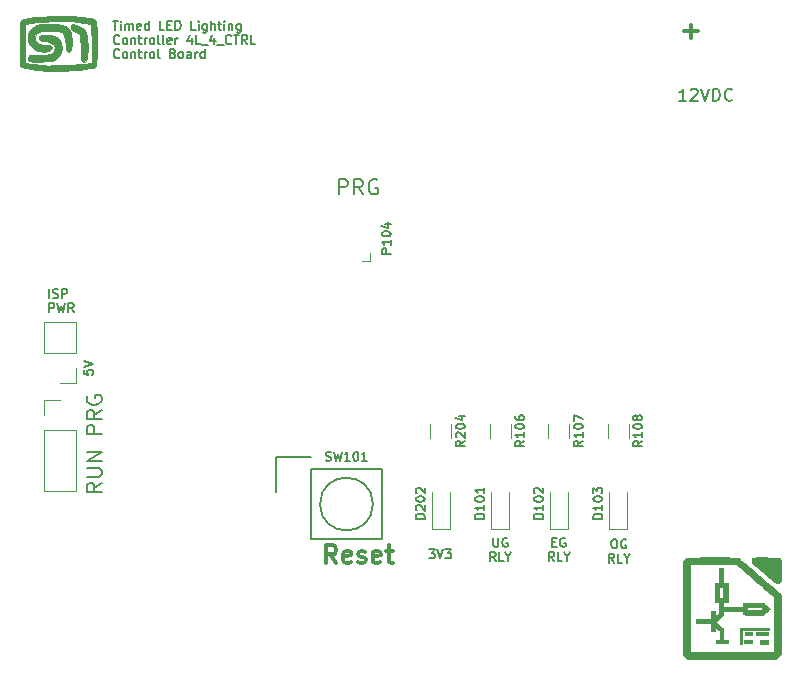
<source format=gbr>
G04 #@! TF.FileFunction,Legend,Top*
%FSLAX46Y46*%
G04 Gerber Fmt 4.6, Leading zero omitted, Abs format (unit mm)*
G04 Created by KiCad (PCBNEW 4.0.0-rc1-stable) date 05/10/2017 19:39:07*
%MOMM*%
G01*
G04 APERTURE LIST*
%ADD10C,0.100000*%
%ADD11C,0.127000*%
%ADD12C,0.300000*%
%ADD13C,0.177800*%
%ADD14C,0.120000*%
%ADD15C,0.010000*%
%ADD16C,0.150000*%
G04 APERTURE END LIST*
D10*
D11*
X183097381Y-90924524D02*
X183097381Y-89654524D01*
X183581190Y-89654524D01*
X183702143Y-89715000D01*
X183762619Y-89775476D01*
X183823095Y-89896429D01*
X183823095Y-90077857D01*
X183762619Y-90198810D01*
X183702143Y-90259286D01*
X183581190Y-90319762D01*
X183097381Y-90319762D01*
X185093095Y-90924524D02*
X184669762Y-90319762D01*
X184367381Y-90924524D02*
X184367381Y-89654524D01*
X184851190Y-89654524D01*
X184972143Y-89715000D01*
X185032619Y-89775476D01*
X185093095Y-89896429D01*
X185093095Y-90077857D01*
X185032619Y-90198810D01*
X184972143Y-90259286D01*
X184851190Y-90319762D01*
X184367381Y-90319762D01*
X186302619Y-89715000D02*
X186181667Y-89654524D01*
X186000238Y-89654524D01*
X185818810Y-89715000D01*
X185697857Y-89835952D01*
X185637381Y-89956905D01*
X185576905Y-90198810D01*
X185576905Y-90380238D01*
X185637381Y-90622143D01*
X185697857Y-90743095D01*
X185818810Y-90864048D01*
X186000238Y-90924524D01*
X186121190Y-90924524D01*
X186302619Y-90864048D01*
X186363095Y-90803571D01*
X186363095Y-90380238D01*
X186121190Y-90380238D01*
X158515858Y-99697814D02*
X158515858Y-98935814D01*
X158842429Y-99661529D02*
X158951286Y-99697814D01*
X159132715Y-99697814D01*
X159205286Y-99661529D01*
X159241572Y-99625243D01*
X159277857Y-99552671D01*
X159277857Y-99480100D01*
X159241572Y-99407529D01*
X159205286Y-99371243D01*
X159132715Y-99334957D01*
X158987572Y-99298671D01*
X158915000Y-99262386D01*
X158878715Y-99226100D01*
X158842429Y-99153529D01*
X158842429Y-99080957D01*
X158878715Y-99008386D01*
X158915000Y-98972100D01*
X158987572Y-98935814D01*
X159169000Y-98935814D01*
X159277857Y-98972100D01*
X159604429Y-99697814D02*
X159604429Y-98935814D01*
X159894714Y-98935814D01*
X159967286Y-98972100D01*
X160003571Y-99008386D01*
X160039857Y-99080957D01*
X160039857Y-99189814D01*
X160003571Y-99262386D01*
X159967286Y-99298671D01*
X159894714Y-99334957D01*
X159604429Y-99334957D01*
X158534001Y-100891614D02*
X158534001Y-100129614D01*
X158824286Y-100129614D01*
X158896858Y-100165900D01*
X158933143Y-100202186D01*
X158969429Y-100274757D01*
X158969429Y-100383614D01*
X158933143Y-100456186D01*
X158896858Y-100492471D01*
X158824286Y-100528757D01*
X158534001Y-100528757D01*
X159223429Y-100129614D02*
X159404858Y-100891614D01*
X159550001Y-100347329D01*
X159695143Y-100891614D01*
X159876572Y-100129614D01*
X160602286Y-100891614D02*
X160348286Y-100528757D01*
X160166858Y-100891614D02*
X160166858Y-100129614D01*
X160457143Y-100129614D01*
X160529715Y-100165900D01*
X160566000Y-100202186D01*
X160602286Y-100274757D01*
X160602286Y-100383614D01*
X160566000Y-100456186D01*
X160529715Y-100492471D01*
X160457143Y-100528757D01*
X160166858Y-100528757D01*
D12*
X212298572Y-77137143D02*
X213441429Y-77137143D01*
X212870000Y-77708571D02*
X212870000Y-76565714D01*
D13*
X212477048Y-83009619D02*
X211896477Y-83009619D01*
X212186763Y-83009619D02*
X212186763Y-81993619D01*
X212090001Y-82138762D01*
X211993239Y-82235524D01*
X211896477Y-82283905D01*
X212864096Y-82090381D02*
X212912477Y-82042000D01*
X213009239Y-81993619D01*
X213251143Y-81993619D01*
X213347905Y-82042000D01*
X213396286Y-82090381D01*
X213444667Y-82187143D01*
X213444667Y-82283905D01*
X213396286Y-82429048D01*
X212815715Y-83009619D01*
X213444667Y-83009619D01*
X213734953Y-81993619D02*
X214073620Y-83009619D01*
X214412286Y-81993619D01*
X214750953Y-83009619D02*
X214750953Y-81993619D01*
X214992858Y-81993619D01*
X215138000Y-82042000D01*
X215234762Y-82138762D01*
X215283143Y-82235524D01*
X215331524Y-82429048D01*
X215331524Y-82574190D01*
X215283143Y-82767714D01*
X215234762Y-82864476D01*
X215138000Y-82961238D01*
X214992858Y-83009619D01*
X214750953Y-83009619D01*
X216347524Y-82912857D02*
X216299143Y-82961238D01*
X216154000Y-83009619D01*
X216057238Y-83009619D01*
X215912096Y-82961238D01*
X215815334Y-82864476D01*
X215766953Y-82767714D01*
X215718572Y-82574190D01*
X215718572Y-82429048D01*
X215766953Y-82235524D01*
X215815334Y-82138762D01*
X215912096Y-82042000D01*
X216057238Y-81993619D01*
X216154000Y-81993619D01*
X216299143Y-82042000D01*
X216347524Y-82090381D01*
D11*
X161482714Y-105795142D02*
X161482714Y-106157999D01*
X161845571Y-106194285D01*
X161809286Y-106157999D01*
X161773000Y-106085428D01*
X161773000Y-105903999D01*
X161809286Y-105831428D01*
X161845571Y-105795142D01*
X161918143Y-105758857D01*
X162099571Y-105758857D01*
X162172143Y-105795142D01*
X162208429Y-105831428D01*
X162244714Y-105903999D01*
X162244714Y-106085428D01*
X162208429Y-106157999D01*
X162172143Y-106194285D01*
X161482714Y-105541143D02*
X162244714Y-105287143D01*
X161482714Y-105033143D01*
X162974524Y-115376190D02*
X162369762Y-115799523D01*
X162974524Y-116101904D02*
X161704524Y-116101904D01*
X161704524Y-115618095D01*
X161765000Y-115497142D01*
X161825476Y-115436666D01*
X161946429Y-115376190D01*
X162127857Y-115376190D01*
X162248810Y-115436666D01*
X162309286Y-115497142D01*
X162369762Y-115618095D01*
X162369762Y-116101904D01*
X161704524Y-114831904D02*
X162732619Y-114831904D01*
X162853571Y-114771428D01*
X162914048Y-114710952D01*
X162974524Y-114589999D01*
X162974524Y-114348095D01*
X162914048Y-114227142D01*
X162853571Y-114166666D01*
X162732619Y-114106190D01*
X161704524Y-114106190D01*
X162974524Y-113501428D02*
X161704524Y-113501428D01*
X162974524Y-112775714D01*
X161704524Y-112775714D01*
X162974524Y-111203333D02*
X161704524Y-111203333D01*
X161704524Y-110719524D01*
X161765000Y-110598571D01*
X161825476Y-110538095D01*
X161946429Y-110477619D01*
X162127857Y-110477619D01*
X162248810Y-110538095D01*
X162309286Y-110598571D01*
X162369762Y-110719524D01*
X162369762Y-111203333D01*
X162974524Y-109207619D02*
X162369762Y-109630952D01*
X162974524Y-109933333D02*
X161704524Y-109933333D01*
X161704524Y-109449524D01*
X161765000Y-109328571D01*
X161825476Y-109268095D01*
X161946429Y-109207619D01*
X162127857Y-109207619D01*
X162248810Y-109268095D01*
X162309286Y-109328571D01*
X162369762Y-109449524D01*
X162369762Y-109933333D01*
X161765000Y-107998095D02*
X161704524Y-108119047D01*
X161704524Y-108300476D01*
X161765000Y-108481904D01*
X161885952Y-108602857D01*
X162006905Y-108663333D01*
X162248810Y-108723809D01*
X162430238Y-108723809D01*
X162672143Y-108663333D01*
X162793095Y-108602857D01*
X162914048Y-108481904D01*
X162974524Y-108300476D01*
X162974524Y-108179524D01*
X162914048Y-107998095D01*
X162853571Y-107937619D01*
X162430238Y-107937619D01*
X162430238Y-108179524D01*
D12*
X182842858Y-122128571D02*
X182342858Y-121414286D01*
X181985715Y-122128571D02*
X181985715Y-120628571D01*
X182557143Y-120628571D01*
X182700001Y-120700000D01*
X182771429Y-120771429D01*
X182842858Y-120914286D01*
X182842858Y-121128571D01*
X182771429Y-121271429D01*
X182700001Y-121342857D01*
X182557143Y-121414286D01*
X181985715Y-121414286D01*
X184057143Y-122057143D02*
X183914286Y-122128571D01*
X183628572Y-122128571D01*
X183485715Y-122057143D01*
X183414286Y-121914286D01*
X183414286Y-121342857D01*
X183485715Y-121200000D01*
X183628572Y-121128571D01*
X183914286Y-121128571D01*
X184057143Y-121200000D01*
X184128572Y-121342857D01*
X184128572Y-121485714D01*
X183414286Y-121628571D01*
X184700000Y-122057143D02*
X184842857Y-122128571D01*
X185128572Y-122128571D01*
X185271429Y-122057143D01*
X185342857Y-121914286D01*
X185342857Y-121842857D01*
X185271429Y-121700000D01*
X185128572Y-121628571D01*
X184914286Y-121628571D01*
X184771429Y-121557143D01*
X184700000Y-121414286D01*
X184700000Y-121342857D01*
X184771429Y-121200000D01*
X184914286Y-121128571D01*
X185128572Y-121128571D01*
X185271429Y-121200000D01*
X186557143Y-122057143D02*
X186414286Y-122128571D01*
X186128572Y-122128571D01*
X185985715Y-122057143D01*
X185914286Y-121914286D01*
X185914286Y-121342857D01*
X185985715Y-121200000D01*
X186128572Y-121128571D01*
X186414286Y-121128571D01*
X186557143Y-121200000D01*
X186628572Y-121342857D01*
X186628572Y-121485714D01*
X185914286Y-121628571D01*
X187057143Y-121128571D02*
X187628572Y-121128571D01*
X187271429Y-120628571D02*
X187271429Y-121914286D01*
X187342857Y-122057143D01*
X187485715Y-122128571D01*
X187628572Y-122128571D01*
D11*
X206302428Y-120143814D02*
X206447571Y-120143814D01*
X206520143Y-120180100D01*
X206592714Y-120252671D01*
X206629000Y-120397814D01*
X206629000Y-120651814D01*
X206592714Y-120796957D01*
X206520143Y-120869529D01*
X206447571Y-120905814D01*
X206302428Y-120905814D01*
X206229857Y-120869529D01*
X206157286Y-120796957D01*
X206121000Y-120651814D01*
X206121000Y-120397814D01*
X206157286Y-120252671D01*
X206229857Y-120180100D01*
X206302428Y-120143814D01*
X207354714Y-120180100D02*
X207282143Y-120143814D01*
X207173286Y-120143814D01*
X207064429Y-120180100D01*
X206991857Y-120252671D01*
X206955572Y-120325243D01*
X206919286Y-120470386D01*
X206919286Y-120579243D01*
X206955572Y-120724386D01*
X206991857Y-120796957D01*
X207064429Y-120869529D01*
X207173286Y-120905814D01*
X207245857Y-120905814D01*
X207354714Y-120869529D01*
X207391000Y-120833243D01*
X207391000Y-120579243D01*
X207245857Y-120579243D01*
X206356857Y-122099614D02*
X206102857Y-121736757D01*
X205921429Y-122099614D02*
X205921429Y-121337614D01*
X206211714Y-121337614D01*
X206284286Y-121373900D01*
X206320571Y-121410186D01*
X206356857Y-121482757D01*
X206356857Y-121591614D01*
X206320571Y-121664186D01*
X206284286Y-121700471D01*
X206211714Y-121736757D01*
X205921429Y-121736757D01*
X207046286Y-122099614D02*
X206683429Y-122099614D01*
X206683429Y-121337614D01*
X207445428Y-121736757D02*
X207445428Y-122099614D01*
X207191428Y-121337614D02*
X207445428Y-121736757D01*
X207699428Y-121337614D01*
X201131715Y-120379671D02*
X201385715Y-120379671D01*
X201494572Y-120778814D02*
X201131715Y-120778814D01*
X201131715Y-120016814D01*
X201494572Y-120016814D01*
X202220286Y-120053100D02*
X202147715Y-120016814D01*
X202038858Y-120016814D01*
X201930001Y-120053100D01*
X201857429Y-120125671D01*
X201821144Y-120198243D01*
X201784858Y-120343386D01*
X201784858Y-120452243D01*
X201821144Y-120597386D01*
X201857429Y-120669957D01*
X201930001Y-120742529D01*
X202038858Y-120778814D01*
X202111429Y-120778814D01*
X202220286Y-120742529D01*
X202256572Y-120706243D01*
X202256572Y-120452243D01*
X202111429Y-120452243D01*
X201276857Y-121972614D02*
X201022857Y-121609757D01*
X200841429Y-121972614D02*
X200841429Y-121210614D01*
X201131714Y-121210614D01*
X201204286Y-121246900D01*
X201240571Y-121283186D01*
X201276857Y-121355757D01*
X201276857Y-121464614D01*
X201240571Y-121537186D01*
X201204286Y-121573471D01*
X201131714Y-121609757D01*
X200841429Y-121609757D01*
X201966286Y-121972614D02*
X201603429Y-121972614D01*
X201603429Y-121210614D01*
X202365428Y-121609757D02*
X202365428Y-121972614D01*
X202111428Y-121210614D02*
X202365428Y-121609757D01*
X202619428Y-121210614D01*
X196124286Y-120016814D02*
X196124286Y-120633671D01*
X196160571Y-120706243D01*
X196196857Y-120742529D01*
X196269428Y-120778814D01*
X196414571Y-120778814D01*
X196487143Y-120742529D01*
X196523428Y-120706243D01*
X196559714Y-120633671D01*
X196559714Y-120016814D01*
X197321714Y-120053100D02*
X197249143Y-120016814D01*
X197140286Y-120016814D01*
X197031429Y-120053100D01*
X196958857Y-120125671D01*
X196922572Y-120198243D01*
X196886286Y-120343386D01*
X196886286Y-120452243D01*
X196922572Y-120597386D01*
X196958857Y-120669957D01*
X197031429Y-120742529D01*
X197140286Y-120778814D01*
X197212857Y-120778814D01*
X197321714Y-120742529D01*
X197358000Y-120706243D01*
X197358000Y-120452243D01*
X197212857Y-120452243D01*
X196323857Y-121972614D02*
X196069857Y-121609757D01*
X195888429Y-121972614D02*
X195888429Y-121210614D01*
X196178714Y-121210614D01*
X196251286Y-121246900D01*
X196287571Y-121283186D01*
X196323857Y-121355757D01*
X196323857Y-121464614D01*
X196287571Y-121537186D01*
X196251286Y-121573471D01*
X196178714Y-121609757D01*
X195888429Y-121609757D01*
X197013286Y-121972614D02*
X196650429Y-121972614D01*
X196650429Y-121210614D01*
X197412428Y-121609757D02*
X197412428Y-121972614D01*
X197158428Y-121210614D02*
X197412428Y-121609757D01*
X197666428Y-121210614D01*
X190699572Y-120994714D02*
X191171286Y-120994714D01*
X190917286Y-121285000D01*
X191026144Y-121285000D01*
X191098715Y-121321286D01*
X191135001Y-121357571D01*
X191171286Y-121430143D01*
X191171286Y-121611571D01*
X191135001Y-121684143D01*
X191098715Y-121720429D01*
X191026144Y-121756714D01*
X190808429Y-121756714D01*
X190735858Y-121720429D01*
X190699572Y-121684143D01*
X191389000Y-120994714D02*
X191643000Y-121756714D01*
X191897000Y-120994714D01*
X192078429Y-120994714D02*
X192550143Y-120994714D01*
X192296143Y-121285000D01*
X192405001Y-121285000D01*
X192477572Y-121321286D01*
X192513858Y-121357571D01*
X192550143Y-121430143D01*
X192550143Y-121611571D01*
X192513858Y-121684143D01*
X192477572Y-121720429D01*
X192405001Y-121756714D01*
X192187286Y-121756714D01*
X192114715Y-121720429D01*
X192078429Y-121684143D01*
X163922571Y-76238914D02*
X164358000Y-76238914D01*
X164140286Y-77000914D02*
X164140286Y-76238914D01*
X164612000Y-77000914D02*
X164612000Y-76492914D01*
X164612000Y-76238914D02*
X164575714Y-76275200D01*
X164612000Y-76311486D01*
X164648285Y-76275200D01*
X164612000Y-76238914D01*
X164612000Y-76311486D01*
X164974857Y-77000914D02*
X164974857Y-76492914D01*
X164974857Y-76565486D02*
X165011142Y-76529200D01*
X165083714Y-76492914D01*
X165192571Y-76492914D01*
X165265142Y-76529200D01*
X165301428Y-76601771D01*
X165301428Y-77000914D01*
X165301428Y-76601771D02*
X165337714Y-76529200D01*
X165410285Y-76492914D01*
X165519142Y-76492914D01*
X165591714Y-76529200D01*
X165627999Y-76601771D01*
X165627999Y-77000914D01*
X166281142Y-76964629D02*
X166208571Y-77000914D01*
X166063428Y-77000914D01*
X165990857Y-76964629D01*
X165954571Y-76892057D01*
X165954571Y-76601771D01*
X165990857Y-76529200D01*
X166063428Y-76492914D01*
X166208571Y-76492914D01*
X166281142Y-76529200D01*
X166317428Y-76601771D01*
X166317428Y-76674343D01*
X165954571Y-76746914D01*
X166970571Y-77000914D02*
X166970571Y-76238914D01*
X166970571Y-76964629D02*
X166898000Y-77000914D01*
X166752857Y-77000914D01*
X166680285Y-76964629D01*
X166644000Y-76928343D01*
X166607714Y-76855771D01*
X166607714Y-76638057D01*
X166644000Y-76565486D01*
X166680285Y-76529200D01*
X166752857Y-76492914D01*
X166898000Y-76492914D01*
X166970571Y-76529200D01*
X168276857Y-77000914D02*
X167914000Y-77000914D01*
X167914000Y-76238914D01*
X168530857Y-76601771D02*
X168784857Y-76601771D01*
X168893714Y-77000914D02*
X168530857Y-77000914D01*
X168530857Y-76238914D01*
X168893714Y-76238914D01*
X169220286Y-77000914D02*
X169220286Y-76238914D01*
X169401714Y-76238914D01*
X169510571Y-76275200D01*
X169583143Y-76347771D01*
X169619428Y-76420343D01*
X169655714Y-76565486D01*
X169655714Y-76674343D01*
X169619428Y-76819486D01*
X169583143Y-76892057D01*
X169510571Y-76964629D01*
X169401714Y-77000914D01*
X169220286Y-77000914D01*
X170925714Y-77000914D02*
X170562857Y-77000914D01*
X170562857Y-76238914D01*
X171179714Y-77000914D02*
X171179714Y-76492914D01*
X171179714Y-76238914D02*
X171143428Y-76275200D01*
X171179714Y-76311486D01*
X171215999Y-76275200D01*
X171179714Y-76238914D01*
X171179714Y-76311486D01*
X171869142Y-76492914D02*
X171869142Y-77109771D01*
X171832856Y-77182343D01*
X171796571Y-77218629D01*
X171723999Y-77254914D01*
X171615142Y-77254914D01*
X171542571Y-77218629D01*
X171869142Y-76964629D02*
X171796571Y-77000914D01*
X171651428Y-77000914D01*
X171578856Y-76964629D01*
X171542571Y-76928343D01*
X171506285Y-76855771D01*
X171506285Y-76638057D01*
X171542571Y-76565486D01*
X171578856Y-76529200D01*
X171651428Y-76492914D01*
X171796571Y-76492914D01*
X171869142Y-76529200D01*
X172232000Y-77000914D02*
X172232000Y-76238914D01*
X172558571Y-77000914D02*
X172558571Y-76601771D01*
X172522285Y-76529200D01*
X172449714Y-76492914D01*
X172340857Y-76492914D01*
X172268285Y-76529200D01*
X172232000Y-76565486D01*
X172812571Y-76492914D02*
X173102857Y-76492914D01*
X172921429Y-76238914D02*
X172921429Y-76892057D01*
X172957714Y-76964629D01*
X173030286Y-77000914D01*
X173102857Y-77000914D01*
X173356858Y-77000914D02*
X173356858Y-76492914D01*
X173356858Y-76238914D02*
X173320572Y-76275200D01*
X173356858Y-76311486D01*
X173393143Y-76275200D01*
X173356858Y-76238914D01*
X173356858Y-76311486D01*
X173719715Y-76492914D02*
X173719715Y-77000914D01*
X173719715Y-76565486D02*
X173756000Y-76529200D01*
X173828572Y-76492914D01*
X173937429Y-76492914D01*
X174010000Y-76529200D01*
X174046286Y-76601771D01*
X174046286Y-77000914D01*
X174735715Y-76492914D02*
X174735715Y-77109771D01*
X174699429Y-77182343D01*
X174663144Y-77218629D01*
X174590572Y-77254914D01*
X174481715Y-77254914D01*
X174409144Y-77218629D01*
X174735715Y-76964629D02*
X174663144Y-77000914D01*
X174518001Y-77000914D01*
X174445429Y-76964629D01*
X174409144Y-76928343D01*
X174372858Y-76855771D01*
X174372858Y-76638057D01*
X174409144Y-76565486D01*
X174445429Y-76529200D01*
X174518001Y-76492914D01*
X174663144Y-76492914D01*
X174735715Y-76529200D01*
X164466857Y-78122143D02*
X164430571Y-78158429D01*
X164321714Y-78194714D01*
X164249143Y-78194714D01*
X164140286Y-78158429D01*
X164067714Y-78085857D01*
X164031429Y-78013286D01*
X163995143Y-77868143D01*
X163995143Y-77759286D01*
X164031429Y-77614143D01*
X164067714Y-77541571D01*
X164140286Y-77469000D01*
X164249143Y-77432714D01*
X164321714Y-77432714D01*
X164430571Y-77469000D01*
X164466857Y-77505286D01*
X164902286Y-78194714D02*
X164829714Y-78158429D01*
X164793429Y-78122143D01*
X164757143Y-78049571D01*
X164757143Y-77831857D01*
X164793429Y-77759286D01*
X164829714Y-77723000D01*
X164902286Y-77686714D01*
X165011143Y-77686714D01*
X165083714Y-77723000D01*
X165120000Y-77759286D01*
X165156286Y-77831857D01*
X165156286Y-78049571D01*
X165120000Y-78122143D01*
X165083714Y-78158429D01*
X165011143Y-78194714D01*
X164902286Y-78194714D01*
X165482858Y-77686714D02*
X165482858Y-78194714D01*
X165482858Y-77759286D02*
X165519143Y-77723000D01*
X165591715Y-77686714D01*
X165700572Y-77686714D01*
X165773143Y-77723000D01*
X165809429Y-77795571D01*
X165809429Y-78194714D01*
X166063429Y-77686714D02*
X166353715Y-77686714D01*
X166172287Y-77432714D02*
X166172287Y-78085857D01*
X166208572Y-78158429D01*
X166281144Y-78194714D01*
X166353715Y-78194714D01*
X166607716Y-78194714D02*
X166607716Y-77686714D01*
X166607716Y-77831857D02*
X166644001Y-77759286D01*
X166680287Y-77723000D01*
X166752858Y-77686714D01*
X166825430Y-77686714D01*
X167188287Y-78194714D02*
X167115715Y-78158429D01*
X167079430Y-78122143D01*
X167043144Y-78049571D01*
X167043144Y-77831857D01*
X167079430Y-77759286D01*
X167115715Y-77723000D01*
X167188287Y-77686714D01*
X167297144Y-77686714D01*
X167369715Y-77723000D01*
X167406001Y-77759286D01*
X167442287Y-77831857D01*
X167442287Y-78049571D01*
X167406001Y-78122143D01*
X167369715Y-78158429D01*
X167297144Y-78194714D01*
X167188287Y-78194714D01*
X167877716Y-78194714D02*
X167805144Y-78158429D01*
X167768859Y-78085857D01*
X167768859Y-77432714D01*
X168276859Y-78194714D02*
X168204287Y-78158429D01*
X168168002Y-78085857D01*
X168168002Y-77432714D01*
X168857430Y-78158429D02*
X168784859Y-78194714D01*
X168639716Y-78194714D01*
X168567145Y-78158429D01*
X168530859Y-78085857D01*
X168530859Y-77795571D01*
X168567145Y-77723000D01*
X168639716Y-77686714D01*
X168784859Y-77686714D01*
X168857430Y-77723000D01*
X168893716Y-77795571D01*
X168893716Y-77868143D01*
X168530859Y-77940714D01*
X169220288Y-78194714D02*
X169220288Y-77686714D01*
X169220288Y-77831857D02*
X169256573Y-77759286D01*
X169292859Y-77723000D01*
X169365430Y-77686714D01*
X169438002Y-77686714D01*
X170599144Y-77686714D02*
X170599144Y-78194714D01*
X170417715Y-77396429D02*
X170236287Y-77940714D01*
X170708001Y-77940714D01*
X171361144Y-78194714D02*
X170998287Y-78194714D01*
X170998287Y-77432714D01*
X171433715Y-78267286D02*
X172014286Y-78267286D01*
X172522286Y-77686714D02*
X172522286Y-78194714D01*
X172340857Y-77396429D02*
X172159429Y-77940714D01*
X172631143Y-77940714D01*
X172740000Y-78267286D02*
X173320571Y-78267286D01*
X173937428Y-78122143D02*
X173901142Y-78158429D01*
X173792285Y-78194714D01*
X173719714Y-78194714D01*
X173610857Y-78158429D01*
X173538285Y-78085857D01*
X173502000Y-78013286D01*
X173465714Y-77868143D01*
X173465714Y-77759286D01*
X173502000Y-77614143D01*
X173538285Y-77541571D01*
X173610857Y-77469000D01*
X173719714Y-77432714D01*
X173792285Y-77432714D01*
X173901142Y-77469000D01*
X173937428Y-77505286D01*
X174155142Y-77432714D02*
X174590571Y-77432714D01*
X174372857Y-78194714D02*
X174372857Y-77432714D01*
X175279999Y-78194714D02*
X175025999Y-77831857D01*
X174844571Y-78194714D02*
X174844571Y-77432714D01*
X175134856Y-77432714D01*
X175207428Y-77469000D01*
X175243713Y-77505286D01*
X175279999Y-77577857D01*
X175279999Y-77686714D01*
X175243713Y-77759286D01*
X175207428Y-77795571D01*
X175134856Y-77831857D01*
X174844571Y-77831857D01*
X175969428Y-78194714D02*
X175606571Y-78194714D01*
X175606571Y-77432714D01*
X164466857Y-79315943D02*
X164430571Y-79352229D01*
X164321714Y-79388514D01*
X164249143Y-79388514D01*
X164140286Y-79352229D01*
X164067714Y-79279657D01*
X164031429Y-79207086D01*
X163995143Y-79061943D01*
X163995143Y-78953086D01*
X164031429Y-78807943D01*
X164067714Y-78735371D01*
X164140286Y-78662800D01*
X164249143Y-78626514D01*
X164321714Y-78626514D01*
X164430571Y-78662800D01*
X164466857Y-78699086D01*
X164902286Y-79388514D02*
X164829714Y-79352229D01*
X164793429Y-79315943D01*
X164757143Y-79243371D01*
X164757143Y-79025657D01*
X164793429Y-78953086D01*
X164829714Y-78916800D01*
X164902286Y-78880514D01*
X165011143Y-78880514D01*
X165083714Y-78916800D01*
X165120000Y-78953086D01*
X165156286Y-79025657D01*
X165156286Y-79243371D01*
X165120000Y-79315943D01*
X165083714Y-79352229D01*
X165011143Y-79388514D01*
X164902286Y-79388514D01*
X165482858Y-78880514D02*
X165482858Y-79388514D01*
X165482858Y-78953086D02*
X165519143Y-78916800D01*
X165591715Y-78880514D01*
X165700572Y-78880514D01*
X165773143Y-78916800D01*
X165809429Y-78989371D01*
X165809429Y-79388514D01*
X166063429Y-78880514D02*
X166353715Y-78880514D01*
X166172287Y-78626514D02*
X166172287Y-79279657D01*
X166208572Y-79352229D01*
X166281144Y-79388514D01*
X166353715Y-79388514D01*
X166607716Y-79388514D02*
X166607716Y-78880514D01*
X166607716Y-79025657D02*
X166644001Y-78953086D01*
X166680287Y-78916800D01*
X166752858Y-78880514D01*
X166825430Y-78880514D01*
X167188287Y-79388514D02*
X167115715Y-79352229D01*
X167079430Y-79315943D01*
X167043144Y-79243371D01*
X167043144Y-79025657D01*
X167079430Y-78953086D01*
X167115715Y-78916800D01*
X167188287Y-78880514D01*
X167297144Y-78880514D01*
X167369715Y-78916800D01*
X167406001Y-78953086D01*
X167442287Y-79025657D01*
X167442287Y-79243371D01*
X167406001Y-79315943D01*
X167369715Y-79352229D01*
X167297144Y-79388514D01*
X167188287Y-79388514D01*
X167877716Y-79388514D02*
X167805144Y-79352229D01*
X167768859Y-79279657D01*
X167768859Y-78626514D01*
X169002573Y-78989371D02*
X169111430Y-79025657D01*
X169147715Y-79061943D01*
X169184001Y-79134514D01*
X169184001Y-79243371D01*
X169147715Y-79315943D01*
X169111430Y-79352229D01*
X169038858Y-79388514D01*
X168748573Y-79388514D01*
X168748573Y-78626514D01*
X169002573Y-78626514D01*
X169075144Y-78662800D01*
X169111430Y-78699086D01*
X169147715Y-78771657D01*
X169147715Y-78844229D01*
X169111430Y-78916800D01*
X169075144Y-78953086D01*
X169002573Y-78989371D01*
X168748573Y-78989371D01*
X169619430Y-79388514D02*
X169546858Y-79352229D01*
X169510573Y-79315943D01*
X169474287Y-79243371D01*
X169474287Y-79025657D01*
X169510573Y-78953086D01*
X169546858Y-78916800D01*
X169619430Y-78880514D01*
X169728287Y-78880514D01*
X169800858Y-78916800D01*
X169837144Y-78953086D01*
X169873430Y-79025657D01*
X169873430Y-79243371D01*
X169837144Y-79315943D01*
X169800858Y-79352229D01*
X169728287Y-79388514D01*
X169619430Y-79388514D01*
X170526573Y-79388514D02*
X170526573Y-78989371D01*
X170490287Y-78916800D01*
X170417716Y-78880514D01*
X170272573Y-78880514D01*
X170200002Y-78916800D01*
X170526573Y-79352229D02*
X170454002Y-79388514D01*
X170272573Y-79388514D01*
X170200002Y-79352229D01*
X170163716Y-79279657D01*
X170163716Y-79207086D01*
X170200002Y-79134514D01*
X170272573Y-79098229D01*
X170454002Y-79098229D01*
X170526573Y-79061943D01*
X170889431Y-79388514D02*
X170889431Y-78880514D01*
X170889431Y-79025657D02*
X170925716Y-78953086D01*
X170962002Y-78916800D01*
X171034573Y-78880514D01*
X171107145Y-78880514D01*
X171687716Y-79388514D02*
X171687716Y-78626514D01*
X171687716Y-79352229D02*
X171615145Y-79388514D01*
X171470002Y-79388514D01*
X171397430Y-79352229D01*
X171361145Y-79315943D01*
X171324859Y-79243371D01*
X171324859Y-79025657D01*
X171361145Y-78953086D01*
X171397430Y-78916800D01*
X171470002Y-78880514D01*
X171615145Y-78880514D01*
X171687716Y-78916800D01*
D14*
X160780000Y-104330000D02*
X160780000Y-101730000D01*
X160780000Y-101730000D02*
X158120000Y-101730000D01*
X158120000Y-101730000D02*
X158120000Y-104330000D01*
X158120000Y-104330000D02*
X160780000Y-104330000D01*
X160780000Y-105600000D02*
X160780000Y-106930000D01*
X160780000Y-106930000D02*
X159450000Y-106930000D01*
X158120000Y-110920000D02*
X158120000Y-116060000D01*
X158120000Y-116060000D02*
X160780000Y-116060000D01*
X160780000Y-116060000D02*
X160780000Y-110920000D01*
X160780000Y-110920000D02*
X158120000Y-110920000D01*
X158120000Y-109650000D02*
X158120000Y-108320000D01*
X158120000Y-108320000D02*
X159450000Y-108320000D01*
D10*
G36*
X162554378Y-77356418D02*
X162552238Y-77950076D01*
X162552000Y-78134945D01*
X162550032Y-78775217D01*
X162543365Y-79265453D01*
X162530856Y-79624914D01*
X162511361Y-79872861D01*
X162483735Y-80028554D01*
X162446835Y-80111252D01*
X162433831Y-80124670D01*
X162266596Y-80196142D01*
X162128667Y-80226474D01*
X162128667Y-79772748D01*
X162128667Y-78179371D01*
X162124611Y-77658909D01*
X162113250Y-77209332D01*
X162095795Y-76855665D01*
X162073453Y-76622937D01*
X162049275Y-76536926D01*
X161937827Y-76506092D01*
X161695552Y-76459619D01*
X161359493Y-76404095D01*
X161012108Y-76352485D01*
X160383640Y-76290536D01*
X159656051Y-76262245D01*
X158886137Y-76266497D01*
X158130692Y-76302179D01*
X157446514Y-76368176D01*
X157048667Y-76430237D01*
X156498333Y-76534859D01*
X156475366Y-78156143D01*
X156452399Y-79777426D01*
X157025699Y-79868198D01*
X157361613Y-79920928D01*
X157666424Y-79968002D01*
X157853000Y-79996091D01*
X158093169Y-80013739D01*
X158464525Y-80020161D01*
X158929383Y-80016617D01*
X159450057Y-80004364D01*
X159988862Y-79984660D01*
X160508112Y-79958761D01*
X160970122Y-79927926D01*
X161337206Y-79893412D01*
X161472500Y-79875306D01*
X162128667Y-79772748D01*
X162128667Y-80226474D01*
X161957275Y-80264166D01*
X161533113Y-80326037D01*
X161021356Y-80379051D01*
X160449249Y-80420504D01*
X159844039Y-80447692D01*
X159232969Y-80457910D01*
X159080667Y-80457483D01*
X158595669Y-80452260D01*
X158156889Y-80444201D01*
X157798154Y-80434183D01*
X157553292Y-80423080D01*
X157472000Y-80415816D01*
X156965428Y-80332236D01*
X156557639Y-80249708D01*
X156272462Y-80173632D01*
X156138500Y-80113674D01*
X156101465Y-80035849D01*
X156073306Y-79860790D01*
X156053198Y-79573075D01*
X156040317Y-79157284D01*
X156033837Y-78597996D01*
X156032667Y-78134945D01*
X156033618Y-77518599D01*
X156037577Y-77050164D01*
X156046200Y-76708224D01*
X156061144Y-76471362D01*
X156084066Y-76318160D01*
X156116622Y-76227203D01*
X156160468Y-76177073D01*
X156185312Y-76161597D01*
X156451200Y-76068179D01*
X156856761Y-75988175D01*
X157372773Y-75922830D01*
X157970015Y-75873389D01*
X158619264Y-75841099D01*
X159291298Y-75827204D01*
X159956896Y-75832950D01*
X160586834Y-75859582D01*
X161151891Y-75908346D01*
X161390193Y-75939783D01*
X161755658Y-75991423D01*
X162035762Y-76036352D01*
X162241766Y-76095847D01*
X162384929Y-76191182D01*
X162476512Y-76343632D01*
X162527775Y-76574471D01*
X162549977Y-76904975D01*
X162554378Y-77356418D01*
X162554378Y-77356418D01*
X162554378Y-77356418D01*
G37*
X162554378Y-77356418D02*
X162552238Y-77950076D01*
X162552000Y-78134945D01*
X162550032Y-78775217D01*
X162543365Y-79265453D01*
X162530856Y-79624914D01*
X162511361Y-79872861D01*
X162483735Y-80028554D01*
X162446835Y-80111252D01*
X162433831Y-80124670D01*
X162266596Y-80196142D01*
X162128667Y-80226474D01*
X162128667Y-79772748D01*
X162128667Y-78179371D01*
X162124611Y-77658909D01*
X162113250Y-77209332D01*
X162095795Y-76855665D01*
X162073453Y-76622937D01*
X162049275Y-76536926D01*
X161937827Y-76506092D01*
X161695552Y-76459619D01*
X161359493Y-76404095D01*
X161012108Y-76352485D01*
X160383640Y-76290536D01*
X159656051Y-76262245D01*
X158886137Y-76266497D01*
X158130692Y-76302179D01*
X157446514Y-76368176D01*
X157048667Y-76430237D01*
X156498333Y-76534859D01*
X156475366Y-78156143D01*
X156452399Y-79777426D01*
X157025699Y-79868198D01*
X157361613Y-79920928D01*
X157666424Y-79968002D01*
X157853000Y-79996091D01*
X158093169Y-80013739D01*
X158464525Y-80020161D01*
X158929383Y-80016617D01*
X159450057Y-80004364D01*
X159988862Y-79984660D01*
X160508112Y-79958761D01*
X160970122Y-79927926D01*
X161337206Y-79893412D01*
X161472500Y-79875306D01*
X162128667Y-79772748D01*
X162128667Y-80226474D01*
X161957275Y-80264166D01*
X161533113Y-80326037D01*
X161021356Y-80379051D01*
X160449249Y-80420504D01*
X159844039Y-80447692D01*
X159232969Y-80457910D01*
X159080667Y-80457483D01*
X158595669Y-80452260D01*
X158156889Y-80444201D01*
X157798154Y-80434183D01*
X157553292Y-80423080D01*
X157472000Y-80415816D01*
X156965428Y-80332236D01*
X156557639Y-80249708D01*
X156272462Y-80173632D01*
X156138500Y-80113674D01*
X156101465Y-80035849D01*
X156073306Y-79860790D01*
X156053198Y-79573075D01*
X156040317Y-79157284D01*
X156033837Y-78597996D01*
X156032667Y-78134945D01*
X156033618Y-77518599D01*
X156037577Y-77050164D01*
X156046200Y-76708224D01*
X156061144Y-76471362D01*
X156084066Y-76318160D01*
X156116622Y-76227203D01*
X156160468Y-76177073D01*
X156185312Y-76161597D01*
X156451200Y-76068179D01*
X156856761Y-75988175D01*
X157372773Y-75922830D01*
X157970015Y-75873389D01*
X158619264Y-75841099D01*
X159291298Y-75827204D01*
X159956896Y-75832950D01*
X160586834Y-75859582D01*
X161151891Y-75908346D01*
X161390193Y-75939783D01*
X161755658Y-75991423D01*
X162035762Y-76036352D01*
X162241766Y-76095847D01*
X162384929Y-76191182D01*
X162476512Y-76343632D01*
X162527775Y-76574471D01*
X162549977Y-76904975D01*
X162554378Y-77356418D01*
X162554378Y-77356418D01*
G36*
X159592670Y-78501396D02*
X159545189Y-78884950D01*
X159380447Y-79234481D01*
X159106161Y-79503811D01*
X158964903Y-79577168D01*
X158776567Y-79627105D01*
X158505715Y-79658878D01*
X158116911Y-79677742D01*
X157895333Y-79683393D01*
X157498939Y-79687691D01*
X157160647Y-79683729D01*
X156918870Y-79672450D01*
X156815833Y-79656953D01*
X156726971Y-79539885D01*
X156718884Y-79361760D01*
X156786694Y-79207596D01*
X156843925Y-79167391D01*
X156982727Y-79145378D01*
X157246799Y-79128077D01*
X157592093Y-79117813D01*
X157817591Y-79116000D01*
X158299135Y-79100429D01*
X158635671Y-79046481D01*
X158849272Y-78943299D01*
X158962013Y-78780028D01*
X158995967Y-78545811D01*
X158996000Y-78536455D01*
X158929502Y-78272492D01*
X158724858Y-78085644D01*
X158374342Y-77970320D01*
X158172924Y-77940904D01*
X157897361Y-77905063D01*
X157750693Y-77859056D01*
X157692873Y-77781255D01*
X157683667Y-77676666D01*
X157694631Y-77562268D01*
X157752964Y-77495955D01*
X157896824Y-77461166D01*
X158164369Y-77441341D01*
X158234000Y-77437817D01*
X158650280Y-77441844D01*
X158949980Y-77506245D01*
X159044279Y-77548786D01*
X159340942Y-77793094D01*
X159524163Y-78124037D01*
X159592670Y-78501396D01*
X159592670Y-78501396D01*
X159592670Y-78501396D01*
G37*
X159592670Y-78501396D02*
X159545189Y-78884950D01*
X159380447Y-79234481D01*
X159106161Y-79503811D01*
X158964903Y-79577168D01*
X158776567Y-79627105D01*
X158505715Y-79658878D01*
X158116911Y-79677742D01*
X157895333Y-79683393D01*
X157498939Y-79687691D01*
X157160647Y-79683729D01*
X156918870Y-79672450D01*
X156815833Y-79656953D01*
X156726971Y-79539885D01*
X156718884Y-79361760D01*
X156786694Y-79207596D01*
X156843925Y-79167391D01*
X156982727Y-79145378D01*
X157246799Y-79128077D01*
X157592093Y-79117813D01*
X157817591Y-79116000D01*
X158299135Y-79100429D01*
X158635671Y-79046481D01*
X158849272Y-78943299D01*
X158962013Y-78780028D01*
X158995967Y-78545811D01*
X158996000Y-78536455D01*
X158929502Y-78272492D01*
X158724858Y-78085644D01*
X158374342Y-77970320D01*
X158172924Y-77940904D01*
X157897361Y-77905063D01*
X157750693Y-77859056D01*
X157692873Y-77781255D01*
X157683667Y-77676666D01*
X157694631Y-77562268D01*
X157752964Y-77495955D01*
X157896824Y-77461166D01*
X158164369Y-77441341D01*
X158234000Y-77437817D01*
X158650280Y-77441844D01*
X158949980Y-77506245D01*
X159044279Y-77548786D01*
X159340942Y-77793094D01*
X159524163Y-78124037D01*
X159592670Y-78501396D01*
X159592670Y-78501396D01*
G36*
X161789068Y-78592399D02*
X161769138Y-79115157D01*
X161708339Y-79478069D01*
X161607294Y-79679846D01*
X161466624Y-79719203D01*
X161298933Y-79607066D01*
X161245682Y-79461488D01*
X161211686Y-79154882D01*
X161197676Y-78694537D01*
X161197333Y-78595050D01*
X161188764Y-78197735D01*
X161165630Y-77845407D01*
X161131790Y-77583877D01*
X161103241Y-77478124D01*
X160959675Y-77308654D01*
X160725328Y-77161565D01*
X160679908Y-77142284D01*
X160458838Y-77031786D01*
X160364007Y-76905972D01*
X160350667Y-76800685D01*
X160414639Y-76624243D01*
X160582569Y-76540667D01*
X160818475Y-76547481D01*
X161086374Y-76642205D01*
X161350284Y-76822361D01*
X161404278Y-76873255D01*
X161555560Y-77049985D01*
X161662216Y-77249797D01*
X161731517Y-77505186D01*
X161770737Y-77848649D01*
X161787149Y-78312682D01*
X161789068Y-78592399D01*
X161789068Y-78592399D01*
X161789068Y-78592399D01*
G37*
X161789068Y-78592399D02*
X161769138Y-79115157D01*
X161708339Y-79478069D01*
X161607294Y-79679846D01*
X161466624Y-79719203D01*
X161298933Y-79607066D01*
X161245682Y-79461488D01*
X161211686Y-79154882D01*
X161197676Y-78694537D01*
X161197333Y-78595050D01*
X161188764Y-78197735D01*
X161165630Y-77845407D01*
X161131790Y-77583877D01*
X161103241Y-77478124D01*
X160959675Y-77308654D01*
X160725328Y-77161565D01*
X160679908Y-77142284D01*
X160458838Y-77031786D01*
X160364007Y-76905972D01*
X160350667Y-76800685D01*
X160414639Y-76624243D01*
X160582569Y-76540667D01*
X160818475Y-76547481D01*
X161086374Y-76642205D01*
X161350284Y-76822361D01*
X161404278Y-76873255D01*
X161555560Y-77049985D01*
X161662216Y-77249797D01*
X161731517Y-77505186D01*
X161770737Y-77848649D01*
X161787149Y-78312682D01*
X161789068Y-78592399D01*
X161789068Y-78592399D01*
G36*
X160445199Y-78226520D02*
X160421174Y-78523519D01*
X160369217Y-78733327D01*
X160308333Y-78807951D01*
X160116305Y-78838023D01*
X159995857Y-78741621D01*
X159937111Y-78504874D01*
X159927333Y-78272909D01*
X159892254Y-77777412D01*
X159784985Y-77427937D01*
X159602479Y-77215931D01*
X159538135Y-77180336D01*
X159360694Y-77137401D01*
X159065586Y-77104319D01*
X158704408Y-77086058D01*
X158537767Y-77084000D01*
X158146142Y-77089548D01*
X157881346Y-77111080D01*
X157701098Y-77155927D01*
X157563114Y-77231422D01*
X157525751Y-77259478D01*
X157346754Y-77488739D01*
X157309202Y-77751950D01*
X157416386Y-77998950D01*
X157473312Y-78058854D01*
X157696206Y-78173454D01*
X158045642Y-78244508D01*
X158129479Y-78252644D01*
X158493848Y-78309077D01*
X158694648Y-78406606D01*
X158732808Y-78546155D01*
X158609257Y-78728647D01*
X158608952Y-78728952D01*
X158411853Y-78826949D01*
X158089223Y-78844715D01*
X157629121Y-78782860D01*
X157612751Y-78779719D01*
X157233002Y-78633080D01*
X156954556Y-78381501D01*
X156781496Y-78058686D01*
X156717901Y-77698335D01*
X156767854Y-77334151D01*
X156935435Y-76999837D01*
X157224726Y-76729094D01*
X157355528Y-76655569D01*
X157538860Y-76576187D01*
X157722289Y-76525824D01*
X157947337Y-76499875D01*
X158255528Y-76493734D01*
X158688384Y-76502796D01*
X158723491Y-76503852D01*
X159216486Y-76526266D01*
X159574435Y-76566823D01*
X159831523Y-76637716D01*
X160021932Y-76751137D01*
X160179845Y-76919277D01*
X160277625Y-77058171D01*
X160357505Y-77258154D01*
X160412582Y-77549259D01*
X160442074Y-77886907D01*
X160445199Y-78226520D01*
X160445199Y-78226520D01*
X160445199Y-78226520D01*
G37*
X160445199Y-78226520D02*
X160421174Y-78523519D01*
X160369217Y-78733327D01*
X160308333Y-78807951D01*
X160116305Y-78838023D01*
X159995857Y-78741621D01*
X159937111Y-78504874D01*
X159927333Y-78272909D01*
X159892254Y-77777412D01*
X159784985Y-77427937D01*
X159602479Y-77215931D01*
X159538135Y-77180336D01*
X159360694Y-77137401D01*
X159065586Y-77104319D01*
X158704408Y-77086058D01*
X158537767Y-77084000D01*
X158146142Y-77089548D01*
X157881346Y-77111080D01*
X157701098Y-77155927D01*
X157563114Y-77231422D01*
X157525751Y-77259478D01*
X157346754Y-77488739D01*
X157309202Y-77751950D01*
X157416386Y-77998950D01*
X157473312Y-78058854D01*
X157696206Y-78173454D01*
X158045642Y-78244508D01*
X158129479Y-78252644D01*
X158493848Y-78309077D01*
X158694648Y-78406606D01*
X158732808Y-78546155D01*
X158609257Y-78728647D01*
X158608952Y-78728952D01*
X158411853Y-78826949D01*
X158089223Y-78844715D01*
X157629121Y-78782860D01*
X157612751Y-78779719D01*
X157233002Y-78633080D01*
X156954556Y-78381501D01*
X156781496Y-78058686D01*
X156717901Y-77698335D01*
X156767854Y-77334151D01*
X156935435Y-76999837D01*
X157224726Y-76729094D01*
X157355528Y-76655569D01*
X157538860Y-76576187D01*
X157722289Y-76525824D01*
X157947337Y-76499875D01*
X158255528Y-76493734D01*
X158688384Y-76502796D01*
X158723491Y-76503852D01*
X159216486Y-76526266D01*
X159574435Y-76566823D01*
X159831523Y-76637716D01*
X160021932Y-76751137D01*
X160179845Y-76919277D01*
X160277625Y-77058171D01*
X160357505Y-77258154D01*
X160412582Y-77549259D01*
X160442074Y-77886907D01*
X160445199Y-78226520D01*
X160445199Y-78226520D01*
D15*
G36*
X215551391Y-121672937D02*
X215807102Y-121673434D01*
X216033137Y-121674298D01*
X216228686Y-121675524D01*
X216392937Y-121677107D01*
X216525079Y-121679043D01*
X216624302Y-121681325D01*
X216689793Y-121683950D01*
X216719314Y-121686617D01*
X216791788Y-121705817D01*
X216870649Y-121735189D01*
X216908910Y-121753057D01*
X216933480Y-121770316D01*
X216982714Y-121808967D01*
X217054613Y-121867301D01*
X217147180Y-121943608D01*
X217258415Y-122036178D01*
X217386320Y-122143304D01*
X217528899Y-122263274D01*
X217684152Y-122394380D01*
X217850081Y-122534913D01*
X218024688Y-122683163D01*
X218205974Y-122837420D01*
X218391943Y-122995975D01*
X218580595Y-123157119D01*
X218769932Y-123319143D01*
X218957956Y-123480336D01*
X219142670Y-123638990D01*
X219322074Y-123793396D01*
X219494170Y-123941843D01*
X219656961Y-124082623D01*
X219808448Y-124214026D01*
X219946633Y-124334342D01*
X220069518Y-124441863D01*
X220175104Y-124534879D01*
X220261394Y-124611681D01*
X220326389Y-124670558D01*
X220368091Y-124709802D01*
X220381779Y-124723994D01*
X220397870Y-124742168D01*
X220412409Y-124758405D01*
X220425473Y-124774491D01*
X220437141Y-124792212D01*
X220447493Y-124813355D01*
X220456605Y-124839704D01*
X220464557Y-124873048D01*
X220471428Y-124915170D01*
X220477296Y-124967857D01*
X220482239Y-125032896D01*
X220486336Y-125112072D01*
X220489667Y-125207171D01*
X220492308Y-125319979D01*
X220494340Y-125452283D01*
X220495840Y-125605867D01*
X220496887Y-125782519D01*
X220497559Y-125984024D01*
X220497936Y-126212168D01*
X220498096Y-126468738D01*
X220498117Y-126755518D01*
X220498077Y-127074295D01*
X220498056Y-127366945D01*
X220498019Y-127710331D01*
X220497896Y-128020202D01*
X220497667Y-128298318D01*
X220497315Y-128546440D01*
X220496818Y-128766332D01*
X220496160Y-128959754D01*
X220495320Y-129128467D01*
X220494279Y-129274234D01*
X220493019Y-129398816D01*
X220491520Y-129503974D01*
X220489763Y-129591470D01*
X220487730Y-129663066D01*
X220485401Y-129720523D01*
X220482757Y-129765603D01*
X220479779Y-129800068D01*
X220476448Y-129825678D01*
X220472745Y-129844196D01*
X220471210Y-129849828D01*
X220427188Y-129944902D01*
X220355305Y-130038163D01*
X220262531Y-130122193D01*
X220155833Y-130189573D01*
X220148680Y-130193151D01*
X220031372Y-130250903D01*
X216353290Y-130254218D01*
X215916803Y-130254577D01*
X215514294Y-130254833D01*
X215144467Y-130254979D01*
X214806024Y-130255007D01*
X214497665Y-130254911D01*
X214218094Y-130254684D01*
X213966011Y-130254319D01*
X213740120Y-130253808D01*
X213539121Y-130253146D01*
X213361717Y-130252324D01*
X213206609Y-130251337D01*
X213072499Y-130250178D01*
X212958090Y-130248838D01*
X212862083Y-130247312D01*
X212783180Y-130245593D01*
X212720083Y-130243673D01*
X212671494Y-130241545D01*
X212636114Y-130239204D01*
X212612646Y-130236641D01*
X212600879Y-130234218D01*
X212483838Y-130183827D01*
X212376040Y-130111742D01*
X212284298Y-130024249D01*
X212215426Y-129927633D01*
X212181070Y-129846959D01*
X212178039Y-129833465D01*
X212175253Y-129813774D01*
X212172704Y-129786511D01*
X212170384Y-129750303D01*
X212168286Y-129703775D01*
X212166401Y-129645553D01*
X212164722Y-129574264D01*
X212163242Y-129488532D01*
X212161952Y-129386985D01*
X212160845Y-129268247D01*
X212159913Y-129130944D01*
X212159149Y-128973703D01*
X212158544Y-128795150D01*
X212158092Y-128593910D01*
X212157784Y-128368608D01*
X212157613Y-128117872D01*
X212157570Y-127840326D01*
X212157650Y-127534598D01*
X212157842Y-127199311D01*
X212158141Y-126833093D01*
X212158538Y-126434570D01*
X212159025Y-126002366D01*
X212159112Y-125928726D01*
X212163544Y-122216389D01*
X212789861Y-122216389D01*
X212789861Y-129712917D01*
X219863056Y-129712917D01*
X219863056Y-124975610D01*
X219743993Y-124878239D01*
X219711842Y-124851299D01*
X219655355Y-124803235D01*
X219576847Y-124736037D01*
X219478629Y-124651699D01*
X219363014Y-124552213D01*
X219232317Y-124439570D01*
X219088848Y-124315763D01*
X218934921Y-124182785D01*
X218772850Y-124042627D01*
X218604946Y-123897281D01*
X218566597Y-123864064D01*
X218387845Y-123709224D01*
X218207135Y-123552703D01*
X218027691Y-123397291D01*
X217852734Y-123245779D01*
X217685486Y-123100956D01*
X217529169Y-122965611D01*
X217387005Y-122842536D01*
X217262217Y-122734519D01*
X217158025Y-122644350D01*
X217085752Y-122581825D01*
X216663240Y-122216389D01*
X212789861Y-122216389D01*
X212163544Y-122216389D01*
X212163681Y-122101736D01*
X212213263Y-122000767D01*
X212288633Y-121887026D01*
X212393603Y-121791665D01*
X212507639Y-121724712D01*
X212604653Y-121678403D01*
X214614318Y-121673698D01*
X214954189Y-121673064D01*
X215266817Y-121672812D01*
X215551391Y-121672937D01*
X215551391Y-121672937D01*
G37*
X215551391Y-121672937D02*
X215807102Y-121673434D01*
X216033137Y-121674298D01*
X216228686Y-121675524D01*
X216392937Y-121677107D01*
X216525079Y-121679043D01*
X216624302Y-121681325D01*
X216689793Y-121683950D01*
X216719314Y-121686617D01*
X216791788Y-121705817D01*
X216870649Y-121735189D01*
X216908910Y-121753057D01*
X216933480Y-121770316D01*
X216982714Y-121808967D01*
X217054613Y-121867301D01*
X217147180Y-121943608D01*
X217258415Y-122036178D01*
X217386320Y-122143304D01*
X217528899Y-122263274D01*
X217684152Y-122394380D01*
X217850081Y-122534913D01*
X218024688Y-122683163D01*
X218205974Y-122837420D01*
X218391943Y-122995975D01*
X218580595Y-123157119D01*
X218769932Y-123319143D01*
X218957956Y-123480336D01*
X219142670Y-123638990D01*
X219322074Y-123793396D01*
X219494170Y-123941843D01*
X219656961Y-124082623D01*
X219808448Y-124214026D01*
X219946633Y-124334342D01*
X220069518Y-124441863D01*
X220175104Y-124534879D01*
X220261394Y-124611681D01*
X220326389Y-124670558D01*
X220368091Y-124709802D01*
X220381779Y-124723994D01*
X220397870Y-124742168D01*
X220412409Y-124758405D01*
X220425473Y-124774491D01*
X220437141Y-124792212D01*
X220447493Y-124813355D01*
X220456605Y-124839704D01*
X220464557Y-124873048D01*
X220471428Y-124915170D01*
X220477296Y-124967857D01*
X220482239Y-125032896D01*
X220486336Y-125112072D01*
X220489667Y-125207171D01*
X220492308Y-125319979D01*
X220494340Y-125452283D01*
X220495840Y-125605867D01*
X220496887Y-125782519D01*
X220497559Y-125984024D01*
X220497936Y-126212168D01*
X220498096Y-126468738D01*
X220498117Y-126755518D01*
X220498077Y-127074295D01*
X220498056Y-127366945D01*
X220498019Y-127710331D01*
X220497896Y-128020202D01*
X220497667Y-128298318D01*
X220497315Y-128546440D01*
X220496818Y-128766332D01*
X220496160Y-128959754D01*
X220495320Y-129128467D01*
X220494279Y-129274234D01*
X220493019Y-129398816D01*
X220491520Y-129503974D01*
X220489763Y-129591470D01*
X220487730Y-129663066D01*
X220485401Y-129720523D01*
X220482757Y-129765603D01*
X220479779Y-129800068D01*
X220476448Y-129825678D01*
X220472745Y-129844196D01*
X220471210Y-129849828D01*
X220427188Y-129944902D01*
X220355305Y-130038163D01*
X220262531Y-130122193D01*
X220155833Y-130189573D01*
X220148680Y-130193151D01*
X220031372Y-130250903D01*
X216353290Y-130254218D01*
X215916803Y-130254577D01*
X215514294Y-130254833D01*
X215144467Y-130254979D01*
X214806024Y-130255007D01*
X214497665Y-130254911D01*
X214218094Y-130254684D01*
X213966011Y-130254319D01*
X213740120Y-130253808D01*
X213539121Y-130253146D01*
X213361717Y-130252324D01*
X213206609Y-130251337D01*
X213072499Y-130250178D01*
X212958090Y-130248838D01*
X212862083Y-130247312D01*
X212783180Y-130245593D01*
X212720083Y-130243673D01*
X212671494Y-130241545D01*
X212636114Y-130239204D01*
X212612646Y-130236641D01*
X212600879Y-130234218D01*
X212483838Y-130183827D01*
X212376040Y-130111742D01*
X212284298Y-130024249D01*
X212215426Y-129927633D01*
X212181070Y-129846959D01*
X212178039Y-129833465D01*
X212175253Y-129813774D01*
X212172704Y-129786511D01*
X212170384Y-129750303D01*
X212168286Y-129703775D01*
X212166401Y-129645553D01*
X212164722Y-129574264D01*
X212163242Y-129488532D01*
X212161952Y-129386985D01*
X212160845Y-129268247D01*
X212159913Y-129130944D01*
X212159149Y-128973703D01*
X212158544Y-128795150D01*
X212158092Y-128593910D01*
X212157784Y-128368608D01*
X212157613Y-128117872D01*
X212157570Y-127840326D01*
X212157650Y-127534598D01*
X212157842Y-127199311D01*
X212158141Y-126833093D01*
X212158538Y-126434570D01*
X212159025Y-126002366D01*
X212159112Y-125928726D01*
X212163544Y-122216389D01*
X212789861Y-122216389D01*
X212789861Y-129712917D01*
X219863056Y-129712917D01*
X219863056Y-124975610D01*
X219743993Y-124878239D01*
X219711842Y-124851299D01*
X219655355Y-124803235D01*
X219576847Y-124736037D01*
X219478629Y-124651699D01*
X219363014Y-124552213D01*
X219232317Y-124439570D01*
X219088848Y-124315763D01*
X218934921Y-124182785D01*
X218772850Y-124042627D01*
X218604946Y-123897281D01*
X218566597Y-123864064D01*
X218387845Y-123709224D01*
X218207135Y-123552703D01*
X218027691Y-123397291D01*
X217852734Y-123245779D01*
X217685486Y-123100956D01*
X217529169Y-122965611D01*
X217387005Y-122842536D01*
X217262217Y-122734519D01*
X217158025Y-122644350D01*
X217085752Y-122581825D01*
X216663240Y-122216389D01*
X212789861Y-122216389D01*
X212163544Y-122216389D01*
X212163681Y-122101736D01*
X212213263Y-122000767D01*
X212288633Y-121887026D01*
X212393603Y-121791665D01*
X212507639Y-121724712D01*
X212604653Y-121678403D01*
X214614318Y-121673698D01*
X214954189Y-121673064D01*
X215266817Y-121672812D01*
X215551391Y-121672937D01*
G36*
X218866852Y-121672139D02*
X219059999Y-121672818D01*
X219231594Y-121673579D01*
X219448675Y-121674650D01*
X219633321Y-121675730D01*
X219788373Y-121676920D01*
X219916673Y-121678317D01*
X220021063Y-121680021D01*
X220104385Y-121682131D01*
X220169482Y-121684746D01*
X220219195Y-121687965D01*
X220256366Y-121691888D01*
X220283836Y-121696612D01*
X220304449Y-121702237D01*
X220321046Y-121708863D01*
X220327072Y-121711753D01*
X220382492Y-121748717D01*
X220433621Y-121797406D01*
X220441725Y-121807378D01*
X220489236Y-121869653D01*
X220494130Y-122730346D01*
X220495292Y-122937132D01*
X220495999Y-123111651D01*
X220495896Y-123256916D01*
X220494631Y-123375938D01*
X220491852Y-123471728D01*
X220487205Y-123547299D01*
X220480337Y-123605661D01*
X220470896Y-123649826D01*
X220458529Y-123682806D01*
X220442883Y-123707613D01*
X220423604Y-123727257D01*
X220400341Y-123744751D01*
X220373153Y-123762832D01*
X220299205Y-123797397D01*
X220211189Y-123817227D01*
X220121042Y-123821475D01*
X220040702Y-123809292D01*
X219995347Y-123789690D01*
X219968572Y-123769593D01*
X219918402Y-123728898D01*
X219847484Y-123669898D01*
X219758463Y-123594885D01*
X219653986Y-123506153D01*
X219536698Y-123405994D01*
X219409246Y-123296701D01*
X219274275Y-123180566D01*
X219134431Y-123059883D01*
X218992362Y-122936943D01*
X218850711Y-122814039D01*
X218712127Y-122693465D01*
X218579253Y-122577513D01*
X218454738Y-122468475D01*
X218341226Y-122368645D01*
X218241363Y-122280315D01*
X218157796Y-122205777D01*
X218093171Y-122147325D01*
X218050133Y-122107251D01*
X218031460Y-122088032D01*
X218006625Y-122046388D01*
X217996118Y-122002553D01*
X217996530Y-121941161D01*
X217997072Y-121933013D01*
X218017559Y-121832037D01*
X218063614Y-121754985D01*
X218135878Y-121700817D01*
X218142045Y-121697802D01*
X218157724Y-121691649D01*
X218178573Y-121686458D01*
X218207386Y-121682168D01*
X218246958Y-121678716D01*
X218300084Y-121676041D01*
X218369559Y-121674081D01*
X218458179Y-121672772D01*
X218568738Y-121672054D01*
X218704030Y-121671864D01*
X218866852Y-121672139D01*
X218866852Y-121672139D01*
G37*
X218866852Y-121672139D02*
X219059999Y-121672818D01*
X219231594Y-121673579D01*
X219448675Y-121674650D01*
X219633321Y-121675730D01*
X219788373Y-121676920D01*
X219916673Y-121678317D01*
X220021063Y-121680021D01*
X220104385Y-121682131D01*
X220169482Y-121684746D01*
X220219195Y-121687965D01*
X220256366Y-121691888D01*
X220283836Y-121696612D01*
X220304449Y-121702237D01*
X220321046Y-121708863D01*
X220327072Y-121711753D01*
X220382492Y-121748717D01*
X220433621Y-121797406D01*
X220441725Y-121807378D01*
X220489236Y-121869653D01*
X220494130Y-122730346D01*
X220495292Y-122937132D01*
X220495999Y-123111651D01*
X220495896Y-123256916D01*
X220494631Y-123375938D01*
X220491852Y-123471728D01*
X220487205Y-123547299D01*
X220480337Y-123605661D01*
X220470896Y-123649826D01*
X220458529Y-123682806D01*
X220442883Y-123707613D01*
X220423604Y-123727257D01*
X220400341Y-123744751D01*
X220373153Y-123762832D01*
X220299205Y-123797397D01*
X220211189Y-123817227D01*
X220121042Y-123821475D01*
X220040702Y-123809292D01*
X219995347Y-123789690D01*
X219968572Y-123769593D01*
X219918402Y-123728898D01*
X219847484Y-123669898D01*
X219758463Y-123594885D01*
X219653986Y-123506153D01*
X219536698Y-123405994D01*
X219409246Y-123296701D01*
X219274275Y-123180566D01*
X219134431Y-123059883D01*
X218992362Y-122936943D01*
X218850711Y-122814039D01*
X218712127Y-122693465D01*
X218579253Y-122577513D01*
X218454738Y-122468475D01*
X218341226Y-122368645D01*
X218241363Y-122280315D01*
X218157796Y-122205777D01*
X218093171Y-122147325D01*
X218050133Y-122107251D01*
X218031460Y-122088032D01*
X218006625Y-122046388D01*
X217996118Y-122002553D01*
X217996530Y-121941161D01*
X217997072Y-121933013D01*
X218017559Y-121832037D01*
X218063614Y-121754985D01*
X218135878Y-121700817D01*
X218142045Y-121697802D01*
X218157724Y-121691649D01*
X218178573Y-121686458D01*
X218207386Y-121682168D01*
X218246958Y-121678716D01*
X218300084Y-121676041D01*
X218369559Y-121674081D01*
X218458179Y-121672772D01*
X218568738Y-121672054D01*
X218704030Y-121671864D01*
X218866852Y-121672139D01*
G36*
X219455969Y-127741771D02*
X219454218Y-127800113D01*
X219450853Y-127838187D01*
X219446541Y-127849133D01*
X219445679Y-127847604D01*
X219436789Y-127842953D01*
X219412723Y-127838957D01*
X219371344Y-127835575D01*
X219310513Y-127832765D01*
X219228093Y-127830486D01*
X219121946Y-127828695D01*
X218989934Y-127827350D01*
X218829919Y-127826410D01*
X218639764Y-127825833D01*
X218417331Y-127825577D01*
X218318183Y-127825556D01*
X217199583Y-127825556D01*
X217199583Y-129025000D01*
X216987917Y-129025000D01*
X216987917Y-127613889D01*
X219457361Y-127613889D01*
X219455969Y-127741771D01*
X219455969Y-127741771D01*
G37*
X219455969Y-127741771D02*
X219454218Y-127800113D01*
X219450853Y-127838187D01*
X219446541Y-127849133D01*
X219445679Y-127847604D01*
X219436789Y-127842953D01*
X219412723Y-127838957D01*
X219371344Y-127835575D01*
X219310513Y-127832765D01*
X219228093Y-127830486D01*
X219121946Y-127828695D01*
X218989934Y-127827350D01*
X218829919Y-127826410D01*
X218639764Y-127825833D01*
X218417331Y-127825577D01*
X218318183Y-127825556D01*
X217199583Y-127825556D01*
X217199583Y-129025000D01*
X216987917Y-129025000D01*
X216987917Y-127613889D01*
X219457361Y-127613889D01*
X219455969Y-127741771D01*
G36*
X219422083Y-128989722D02*
X218751806Y-128989722D01*
X218751806Y-128619306D01*
X219422083Y-128619306D01*
X219422083Y-128989722D01*
X219422083Y-128989722D01*
G37*
X219422083Y-128989722D02*
X218751806Y-128989722D01*
X218751806Y-128619306D01*
X219422083Y-128619306D01*
X219422083Y-128989722D01*
G36*
X215612083Y-123839167D02*
X215964861Y-123839167D01*
X215964861Y-125479583D01*
X215594445Y-125479583D01*
X215594445Y-125867639D01*
X217287778Y-125867639D01*
X217287778Y-125500241D01*
X218112396Y-125493704D01*
X218280134Y-125492597D01*
X218437380Y-125491988D01*
X218580554Y-125491859D01*
X218706072Y-125492195D01*
X218810355Y-125492978D01*
X218889820Y-125494191D01*
X218940887Y-125495819D01*
X218959710Y-125497668D01*
X218980117Y-125512680D01*
X219020794Y-125546817D01*
X219077059Y-125595826D01*
X219144232Y-125655454D01*
X219217630Y-125721447D01*
X219292574Y-125789551D01*
X219364380Y-125855513D01*
X219428368Y-125915078D01*
X219479858Y-125963993D01*
X219514166Y-125998004D01*
X219526609Y-126012784D01*
X219514300Y-126027676D01*
X219479143Y-126062050D01*
X219424995Y-126112340D01*
X219355718Y-126174983D01*
X219275170Y-126246413D01*
X219244884Y-126272958D01*
X218961851Y-126520278D01*
X218471609Y-126520278D01*
X218319259Y-126519805D01*
X218156485Y-126518477D01*
X217993173Y-126516433D01*
X217839206Y-126513808D01*
X217704469Y-126510740D01*
X217634573Y-126508663D01*
X217287778Y-126497049D01*
X217287778Y-126220417D01*
X215589531Y-126220417D01*
X215602400Y-126313021D01*
X215609007Y-126359099D01*
X215613124Y-126397570D01*
X215612435Y-126431618D01*
X215604626Y-126464422D01*
X215587381Y-126499164D01*
X215558386Y-126539026D01*
X215515324Y-126587189D01*
X215455881Y-126646834D01*
X215377741Y-126721143D01*
X215278589Y-126813297D01*
X215156109Y-126926479D01*
X215155640Y-126926913D01*
X214954960Y-127112482D01*
X215266439Y-127400663D01*
X215354691Y-127483007D01*
X215434767Y-127559042D01*
X215502820Y-127625006D01*
X215554998Y-127677137D01*
X215587451Y-127711671D01*
X215596115Y-127722843D01*
X215602051Y-127752107D01*
X215606794Y-127813593D01*
X215610236Y-127904261D01*
X215612267Y-128021072D01*
X215612779Y-128160985D01*
X215612703Y-128188075D01*
X215611094Y-128619306D01*
X215982500Y-128619306D01*
X215982500Y-128954445D01*
X214959445Y-128954445D01*
X214959445Y-128619306D01*
X215294583Y-128619306D01*
X215293673Y-128253299D01*
X215292762Y-127887292D01*
X215112874Y-127725089D01*
X214932986Y-127562885D01*
X214927980Y-127747137D01*
X214922973Y-127931389D01*
X214571389Y-127931389D01*
X214571389Y-127243472D01*
X213283750Y-127243472D01*
X213283750Y-126890695D01*
X214571389Y-126890695D01*
X214571389Y-126220417D01*
X214923113Y-126220417D01*
X214928049Y-126441327D01*
X214932986Y-126662238D01*
X215095274Y-126516293D01*
X215257562Y-126370347D01*
X215257993Y-126149861D01*
X217640556Y-126149861D01*
X218235868Y-126149335D01*
X218831181Y-126148808D01*
X218989931Y-126008344D01*
X218901736Y-125929535D01*
X218813542Y-125850726D01*
X217640556Y-125850000D01*
X217640556Y-126149861D01*
X215257993Y-126149861D01*
X215259306Y-125479583D01*
X214941806Y-125479583D01*
X214941806Y-124191945D01*
X215276945Y-124191945D01*
X215276945Y-125126806D01*
X215612083Y-125126806D01*
X215612083Y-124191945D01*
X215276945Y-124191945D01*
X214941806Y-124191945D01*
X214941806Y-123839167D01*
X215276945Y-123839167D01*
X215276945Y-122586806D01*
X215612083Y-122586806D01*
X215612083Y-123839167D01*
X215612083Y-123839167D01*
G37*
X215612083Y-123839167D02*
X215964861Y-123839167D01*
X215964861Y-125479583D01*
X215594445Y-125479583D01*
X215594445Y-125867639D01*
X217287778Y-125867639D01*
X217287778Y-125500241D01*
X218112396Y-125493704D01*
X218280134Y-125492597D01*
X218437380Y-125491988D01*
X218580554Y-125491859D01*
X218706072Y-125492195D01*
X218810355Y-125492978D01*
X218889820Y-125494191D01*
X218940887Y-125495819D01*
X218959710Y-125497668D01*
X218980117Y-125512680D01*
X219020794Y-125546817D01*
X219077059Y-125595826D01*
X219144232Y-125655454D01*
X219217630Y-125721447D01*
X219292574Y-125789551D01*
X219364380Y-125855513D01*
X219428368Y-125915078D01*
X219479858Y-125963993D01*
X219514166Y-125998004D01*
X219526609Y-126012784D01*
X219514300Y-126027676D01*
X219479143Y-126062050D01*
X219424995Y-126112340D01*
X219355718Y-126174983D01*
X219275170Y-126246413D01*
X219244884Y-126272958D01*
X218961851Y-126520278D01*
X218471609Y-126520278D01*
X218319259Y-126519805D01*
X218156485Y-126518477D01*
X217993173Y-126516433D01*
X217839206Y-126513808D01*
X217704469Y-126510740D01*
X217634573Y-126508663D01*
X217287778Y-126497049D01*
X217287778Y-126220417D01*
X215589531Y-126220417D01*
X215602400Y-126313021D01*
X215609007Y-126359099D01*
X215613124Y-126397570D01*
X215612435Y-126431618D01*
X215604626Y-126464422D01*
X215587381Y-126499164D01*
X215558386Y-126539026D01*
X215515324Y-126587189D01*
X215455881Y-126646834D01*
X215377741Y-126721143D01*
X215278589Y-126813297D01*
X215156109Y-126926479D01*
X215155640Y-126926913D01*
X214954960Y-127112482D01*
X215266439Y-127400663D01*
X215354691Y-127483007D01*
X215434767Y-127559042D01*
X215502820Y-127625006D01*
X215554998Y-127677137D01*
X215587451Y-127711671D01*
X215596115Y-127722843D01*
X215602051Y-127752107D01*
X215606794Y-127813593D01*
X215610236Y-127904261D01*
X215612267Y-128021072D01*
X215612779Y-128160985D01*
X215612703Y-128188075D01*
X215611094Y-128619306D01*
X215982500Y-128619306D01*
X215982500Y-128954445D01*
X214959445Y-128954445D01*
X214959445Y-128619306D01*
X215294583Y-128619306D01*
X215293673Y-128253299D01*
X215292762Y-127887292D01*
X215112874Y-127725089D01*
X214932986Y-127562885D01*
X214927980Y-127747137D01*
X214922973Y-127931389D01*
X214571389Y-127931389D01*
X214571389Y-127243472D01*
X213283750Y-127243472D01*
X213283750Y-126890695D01*
X214571389Y-126890695D01*
X214571389Y-126220417D01*
X214923113Y-126220417D01*
X214928049Y-126441327D01*
X214932986Y-126662238D01*
X215095274Y-126516293D01*
X215257562Y-126370347D01*
X215257993Y-126149861D01*
X217640556Y-126149861D01*
X218235868Y-126149335D01*
X218831181Y-126148808D01*
X218989931Y-126008344D01*
X218901736Y-125929535D01*
X218813542Y-125850726D01*
X217640556Y-125850000D01*
X217640556Y-126149861D01*
X215257993Y-126149861D01*
X215259306Y-125479583D01*
X214941806Y-125479583D01*
X214941806Y-124191945D01*
X215276945Y-124191945D01*
X215276945Y-125126806D01*
X215612083Y-125126806D01*
X215612083Y-124191945D01*
X215276945Y-124191945D01*
X214941806Y-124191945D01*
X214941806Y-123839167D01*
X215276945Y-123839167D01*
X215276945Y-122586806D01*
X215612083Y-122586806D01*
X215612083Y-123839167D01*
G36*
X218063889Y-128954445D02*
X217323056Y-128954445D01*
X217323056Y-128636945D01*
X218063889Y-128636945D01*
X218063889Y-128954445D01*
X218063889Y-128954445D01*
G37*
X218063889Y-128954445D02*
X217323056Y-128954445D01*
X217323056Y-128636945D01*
X218063889Y-128636945D01*
X218063889Y-128954445D01*
G36*
X219404445Y-128266528D02*
X218416667Y-128266528D01*
X218416667Y-127984306D01*
X219404445Y-127984306D01*
X219404445Y-128266528D01*
X219404445Y-128266528D01*
G37*
X219404445Y-128266528D02*
X218416667Y-128266528D01*
X218416667Y-127984306D01*
X219404445Y-127984306D01*
X219404445Y-128266528D01*
G36*
X217724340Y-127970669D02*
X218037431Y-127975486D01*
X218037431Y-128240070D01*
X217724340Y-128244886D01*
X217411250Y-128249703D01*
X217411250Y-127965853D01*
X217724340Y-127970669D01*
X217724340Y-127970669D01*
G37*
X217724340Y-127970669D02*
X218037431Y-127975486D01*
X218037431Y-128240070D01*
X217724340Y-128244886D01*
X217411250Y-128249703D01*
X217411250Y-127965853D01*
X217724340Y-127970669D01*
D16*
X180700000Y-113150000D02*
X177700000Y-113150000D01*
X177700000Y-113150000D02*
X177700000Y-116150000D01*
X180700000Y-120150000D02*
X180700000Y-114150000D01*
X180700000Y-114150000D02*
X186700000Y-114150000D01*
X186700000Y-114150000D02*
X186700000Y-120150000D01*
X186700000Y-120150000D02*
X180700000Y-120150000D01*
X185936068Y-117150000D02*
G75*
G03X185936068Y-117150000I-2236068J0D01*
G01*
D14*
X185670000Y-96555000D02*
X185035000Y-96555000D01*
X185670000Y-95920000D02*
X185670000Y-96555000D01*
X197450000Y-116100000D02*
X197450000Y-119300000D01*
X195950000Y-119300000D02*
X195950000Y-116100000D01*
X195950000Y-119300000D02*
X197450000Y-119300000D01*
X202450000Y-116100000D02*
X202450000Y-119300000D01*
X200950000Y-119300000D02*
X200950000Y-116100000D01*
X200950000Y-119300000D02*
X202450000Y-119300000D01*
X207450000Y-116100000D02*
X207450000Y-119300000D01*
X205950000Y-119300000D02*
X205950000Y-116100000D01*
X205950000Y-119300000D02*
X207450000Y-119300000D01*
X192450000Y-116100000D02*
X192450000Y-119300000D01*
X190950000Y-119300000D02*
X190950000Y-116100000D01*
X190950000Y-119300000D02*
X192450000Y-119300000D01*
X195833000Y-111540000D02*
X195833000Y-110340000D01*
X197593000Y-110340000D02*
X197593000Y-111540000D01*
X200781000Y-111540000D02*
X200781000Y-110340000D01*
X202541000Y-110340000D02*
X202541000Y-111540000D01*
X205829000Y-111540000D02*
X205829000Y-110340000D01*
X207589000Y-110340000D02*
X207589000Y-111540000D01*
X190790000Y-111540000D02*
X190790000Y-110340000D01*
X192550000Y-110340000D02*
X192550000Y-111540000D01*
D11*
X181958287Y-113458429D02*
X182067144Y-113494714D01*
X182248573Y-113494714D01*
X182321144Y-113458429D01*
X182357430Y-113422143D01*
X182393715Y-113349571D01*
X182393715Y-113277000D01*
X182357430Y-113204429D01*
X182321144Y-113168143D01*
X182248573Y-113131857D01*
X182103430Y-113095571D01*
X182030858Y-113059286D01*
X181994573Y-113023000D01*
X181958287Y-112950429D01*
X181958287Y-112877857D01*
X181994573Y-112805286D01*
X182030858Y-112769000D01*
X182103430Y-112732714D01*
X182284858Y-112732714D01*
X182393715Y-112769000D01*
X182647715Y-112732714D02*
X182829144Y-113494714D01*
X182974287Y-112950429D01*
X183119429Y-113494714D01*
X183300858Y-112732714D01*
X183990286Y-113494714D02*
X183554858Y-113494714D01*
X183772572Y-113494714D02*
X183772572Y-112732714D01*
X183700001Y-112841571D01*
X183627429Y-112914143D01*
X183554858Y-112950429D01*
X184462000Y-112732714D02*
X184534572Y-112732714D01*
X184607143Y-112769000D01*
X184643429Y-112805286D01*
X184679715Y-112877857D01*
X184716000Y-113023000D01*
X184716000Y-113204429D01*
X184679715Y-113349571D01*
X184643429Y-113422143D01*
X184607143Y-113458429D01*
X184534572Y-113494714D01*
X184462000Y-113494714D01*
X184389429Y-113458429D01*
X184353143Y-113422143D01*
X184316858Y-113349571D01*
X184280572Y-113204429D01*
X184280572Y-113023000D01*
X184316858Y-112877857D01*
X184353143Y-112805286D01*
X184389429Y-112769000D01*
X184462000Y-112732714D01*
X185441714Y-113494714D02*
X185006286Y-113494714D01*
X185224000Y-113494714D02*
X185224000Y-112732714D01*
X185151429Y-112841571D01*
X185078857Y-112914143D01*
X185006286Y-112950429D01*
X187444714Y-95938142D02*
X186682714Y-95938142D01*
X186682714Y-95647857D01*
X186719000Y-95575285D01*
X186755286Y-95539000D01*
X186827857Y-95502714D01*
X186936714Y-95502714D01*
X187009286Y-95539000D01*
X187045571Y-95575285D01*
X187081857Y-95647857D01*
X187081857Y-95938142D01*
X187444714Y-94777000D02*
X187444714Y-95212428D01*
X187444714Y-94994714D02*
X186682714Y-94994714D01*
X186791571Y-95067285D01*
X186864143Y-95139857D01*
X186900429Y-95212428D01*
X186682714Y-94305286D02*
X186682714Y-94232714D01*
X186719000Y-94160143D01*
X186755286Y-94123857D01*
X186827857Y-94087571D01*
X186973000Y-94051286D01*
X187154429Y-94051286D01*
X187299571Y-94087571D01*
X187372143Y-94123857D01*
X187408429Y-94160143D01*
X187444714Y-94232714D01*
X187444714Y-94305286D01*
X187408429Y-94377857D01*
X187372143Y-94414143D01*
X187299571Y-94450428D01*
X187154429Y-94486714D01*
X186973000Y-94486714D01*
X186827857Y-94450428D01*
X186755286Y-94414143D01*
X186719000Y-94377857D01*
X186682714Y-94305286D01*
X186936714Y-93398143D02*
X187444714Y-93398143D01*
X186646429Y-93579572D02*
X187190714Y-93761000D01*
X187190714Y-93289286D01*
X195344714Y-118388142D02*
X194582714Y-118388142D01*
X194582714Y-118206714D01*
X194619000Y-118097857D01*
X194691571Y-118025285D01*
X194764143Y-117989000D01*
X194909286Y-117952714D01*
X195018143Y-117952714D01*
X195163286Y-117989000D01*
X195235857Y-118025285D01*
X195308429Y-118097857D01*
X195344714Y-118206714D01*
X195344714Y-118388142D01*
X195344714Y-117227000D02*
X195344714Y-117662428D01*
X195344714Y-117444714D02*
X194582714Y-117444714D01*
X194691571Y-117517285D01*
X194764143Y-117589857D01*
X194800429Y-117662428D01*
X194582714Y-116755286D02*
X194582714Y-116682714D01*
X194619000Y-116610143D01*
X194655286Y-116573857D01*
X194727857Y-116537571D01*
X194873000Y-116501286D01*
X195054429Y-116501286D01*
X195199571Y-116537571D01*
X195272143Y-116573857D01*
X195308429Y-116610143D01*
X195344714Y-116682714D01*
X195344714Y-116755286D01*
X195308429Y-116827857D01*
X195272143Y-116864143D01*
X195199571Y-116900428D01*
X195054429Y-116936714D01*
X194873000Y-116936714D01*
X194727857Y-116900428D01*
X194655286Y-116864143D01*
X194619000Y-116827857D01*
X194582714Y-116755286D01*
X195344714Y-115775572D02*
X195344714Y-116211000D01*
X195344714Y-115993286D02*
X194582714Y-115993286D01*
X194691571Y-116065857D01*
X194764143Y-116138429D01*
X194800429Y-116211000D01*
X200344714Y-118388142D02*
X199582714Y-118388142D01*
X199582714Y-118206714D01*
X199619000Y-118097857D01*
X199691571Y-118025285D01*
X199764143Y-117989000D01*
X199909286Y-117952714D01*
X200018143Y-117952714D01*
X200163286Y-117989000D01*
X200235857Y-118025285D01*
X200308429Y-118097857D01*
X200344714Y-118206714D01*
X200344714Y-118388142D01*
X200344714Y-117227000D02*
X200344714Y-117662428D01*
X200344714Y-117444714D02*
X199582714Y-117444714D01*
X199691571Y-117517285D01*
X199764143Y-117589857D01*
X199800429Y-117662428D01*
X199582714Y-116755286D02*
X199582714Y-116682714D01*
X199619000Y-116610143D01*
X199655286Y-116573857D01*
X199727857Y-116537571D01*
X199873000Y-116501286D01*
X200054429Y-116501286D01*
X200199571Y-116537571D01*
X200272143Y-116573857D01*
X200308429Y-116610143D01*
X200344714Y-116682714D01*
X200344714Y-116755286D01*
X200308429Y-116827857D01*
X200272143Y-116864143D01*
X200199571Y-116900428D01*
X200054429Y-116936714D01*
X199873000Y-116936714D01*
X199727857Y-116900428D01*
X199655286Y-116864143D01*
X199619000Y-116827857D01*
X199582714Y-116755286D01*
X199655286Y-116211000D02*
X199619000Y-116174714D01*
X199582714Y-116102143D01*
X199582714Y-115920714D01*
X199619000Y-115848143D01*
X199655286Y-115811857D01*
X199727857Y-115775572D01*
X199800429Y-115775572D01*
X199909286Y-115811857D01*
X200344714Y-116247286D01*
X200344714Y-115775572D01*
X205344714Y-118388142D02*
X204582714Y-118388142D01*
X204582714Y-118206714D01*
X204619000Y-118097857D01*
X204691571Y-118025285D01*
X204764143Y-117989000D01*
X204909286Y-117952714D01*
X205018143Y-117952714D01*
X205163286Y-117989000D01*
X205235857Y-118025285D01*
X205308429Y-118097857D01*
X205344714Y-118206714D01*
X205344714Y-118388142D01*
X205344714Y-117227000D02*
X205344714Y-117662428D01*
X205344714Y-117444714D02*
X204582714Y-117444714D01*
X204691571Y-117517285D01*
X204764143Y-117589857D01*
X204800429Y-117662428D01*
X204582714Y-116755286D02*
X204582714Y-116682714D01*
X204619000Y-116610143D01*
X204655286Y-116573857D01*
X204727857Y-116537571D01*
X204873000Y-116501286D01*
X205054429Y-116501286D01*
X205199571Y-116537571D01*
X205272143Y-116573857D01*
X205308429Y-116610143D01*
X205344714Y-116682714D01*
X205344714Y-116755286D01*
X205308429Y-116827857D01*
X205272143Y-116864143D01*
X205199571Y-116900428D01*
X205054429Y-116936714D01*
X204873000Y-116936714D01*
X204727857Y-116900428D01*
X204655286Y-116864143D01*
X204619000Y-116827857D01*
X204582714Y-116755286D01*
X204582714Y-116247286D02*
X204582714Y-115775572D01*
X204873000Y-116029572D01*
X204873000Y-115920714D01*
X204909286Y-115848143D01*
X204945571Y-115811857D01*
X205018143Y-115775572D01*
X205199571Y-115775572D01*
X205272143Y-115811857D01*
X205308429Y-115848143D01*
X205344714Y-115920714D01*
X205344714Y-116138429D01*
X205308429Y-116211000D01*
X205272143Y-116247286D01*
X190344714Y-118388142D02*
X189582714Y-118388142D01*
X189582714Y-118206714D01*
X189619000Y-118097857D01*
X189691571Y-118025285D01*
X189764143Y-117989000D01*
X189909286Y-117952714D01*
X190018143Y-117952714D01*
X190163286Y-117989000D01*
X190235857Y-118025285D01*
X190308429Y-118097857D01*
X190344714Y-118206714D01*
X190344714Y-118388142D01*
X189655286Y-117662428D02*
X189619000Y-117626142D01*
X189582714Y-117553571D01*
X189582714Y-117372142D01*
X189619000Y-117299571D01*
X189655286Y-117263285D01*
X189727857Y-117227000D01*
X189800429Y-117227000D01*
X189909286Y-117263285D01*
X190344714Y-117698714D01*
X190344714Y-117227000D01*
X189582714Y-116755286D02*
X189582714Y-116682714D01*
X189619000Y-116610143D01*
X189655286Y-116573857D01*
X189727857Y-116537571D01*
X189873000Y-116501286D01*
X190054429Y-116501286D01*
X190199571Y-116537571D01*
X190272143Y-116573857D01*
X190308429Y-116610143D01*
X190344714Y-116682714D01*
X190344714Y-116755286D01*
X190308429Y-116827857D01*
X190272143Y-116864143D01*
X190199571Y-116900428D01*
X190054429Y-116936714D01*
X189873000Y-116936714D01*
X189727857Y-116900428D01*
X189655286Y-116864143D01*
X189619000Y-116827857D01*
X189582714Y-116755286D01*
X189655286Y-116211000D02*
X189619000Y-116174714D01*
X189582714Y-116102143D01*
X189582714Y-115920714D01*
X189619000Y-115848143D01*
X189655286Y-115811857D01*
X189727857Y-115775572D01*
X189800429Y-115775572D01*
X189909286Y-115811857D01*
X190344714Y-116247286D01*
X190344714Y-115775572D01*
X198757714Y-111792714D02*
X198394857Y-112046714D01*
X198757714Y-112228142D02*
X197995714Y-112228142D01*
X197995714Y-111937857D01*
X198032000Y-111865285D01*
X198068286Y-111829000D01*
X198140857Y-111792714D01*
X198249714Y-111792714D01*
X198322286Y-111829000D01*
X198358571Y-111865285D01*
X198394857Y-111937857D01*
X198394857Y-112228142D01*
X198757714Y-111067000D02*
X198757714Y-111502428D01*
X198757714Y-111284714D02*
X197995714Y-111284714D01*
X198104571Y-111357285D01*
X198177143Y-111429857D01*
X198213429Y-111502428D01*
X197995714Y-110595286D02*
X197995714Y-110522714D01*
X198032000Y-110450143D01*
X198068286Y-110413857D01*
X198140857Y-110377571D01*
X198286000Y-110341286D01*
X198467429Y-110341286D01*
X198612571Y-110377571D01*
X198685143Y-110413857D01*
X198721429Y-110450143D01*
X198757714Y-110522714D01*
X198757714Y-110595286D01*
X198721429Y-110667857D01*
X198685143Y-110704143D01*
X198612571Y-110740428D01*
X198467429Y-110776714D01*
X198286000Y-110776714D01*
X198140857Y-110740428D01*
X198068286Y-110704143D01*
X198032000Y-110667857D01*
X197995714Y-110595286D01*
X197995714Y-109688143D02*
X197995714Y-109833286D01*
X198032000Y-109905857D01*
X198068286Y-109942143D01*
X198177143Y-110014714D01*
X198322286Y-110051000D01*
X198612571Y-110051000D01*
X198685143Y-110014714D01*
X198721429Y-109978429D01*
X198757714Y-109905857D01*
X198757714Y-109760714D01*
X198721429Y-109688143D01*
X198685143Y-109651857D01*
X198612571Y-109615572D01*
X198431143Y-109615572D01*
X198358571Y-109651857D01*
X198322286Y-109688143D01*
X198286000Y-109760714D01*
X198286000Y-109905857D01*
X198322286Y-109978429D01*
X198358571Y-110014714D01*
X198431143Y-110051000D01*
X203705714Y-111792714D02*
X203342857Y-112046714D01*
X203705714Y-112228142D02*
X202943714Y-112228142D01*
X202943714Y-111937857D01*
X202980000Y-111865285D01*
X203016286Y-111829000D01*
X203088857Y-111792714D01*
X203197714Y-111792714D01*
X203270286Y-111829000D01*
X203306571Y-111865285D01*
X203342857Y-111937857D01*
X203342857Y-112228142D01*
X203705714Y-111067000D02*
X203705714Y-111502428D01*
X203705714Y-111284714D02*
X202943714Y-111284714D01*
X203052571Y-111357285D01*
X203125143Y-111429857D01*
X203161429Y-111502428D01*
X202943714Y-110595286D02*
X202943714Y-110522714D01*
X202980000Y-110450143D01*
X203016286Y-110413857D01*
X203088857Y-110377571D01*
X203234000Y-110341286D01*
X203415429Y-110341286D01*
X203560571Y-110377571D01*
X203633143Y-110413857D01*
X203669429Y-110450143D01*
X203705714Y-110522714D01*
X203705714Y-110595286D01*
X203669429Y-110667857D01*
X203633143Y-110704143D01*
X203560571Y-110740428D01*
X203415429Y-110776714D01*
X203234000Y-110776714D01*
X203088857Y-110740428D01*
X203016286Y-110704143D01*
X202980000Y-110667857D01*
X202943714Y-110595286D01*
X202943714Y-110087286D02*
X202943714Y-109579286D01*
X203705714Y-109905857D01*
X208753714Y-111792714D02*
X208390857Y-112046714D01*
X208753714Y-112228142D02*
X207991714Y-112228142D01*
X207991714Y-111937857D01*
X208028000Y-111865285D01*
X208064286Y-111829000D01*
X208136857Y-111792714D01*
X208245714Y-111792714D01*
X208318286Y-111829000D01*
X208354571Y-111865285D01*
X208390857Y-111937857D01*
X208390857Y-112228142D01*
X208753714Y-111067000D02*
X208753714Y-111502428D01*
X208753714Y-111284714D02*
X207991714Y-111284714D01*
X208100571Y-111357285D01*
X208173143Y-111429857D01*
X208209429Y-111502428D01*
X207991714Y-110595286D02*
X207991714Y-110522714D01*
X208028000Y-110450143D01*
X208064286Y-110413857D01*
X208136857Y-110377571D01*
X208282000Y-110341286D01*
X208463429Y-110341286D01*
X208608571Y-110377571D01*
X208681143Y-110413857D01*
X208717429Y-110450143D01*
X208753714Y-110522714D01*
X208753714Y-110595286D01*
X208717429Y-110667857D01*
X208681143Y-110704143D01*
X208608571Y-110740428D01*
X208463429Y-110776714D01*
X208282000Y-110776714D01*
X208136857Y-110740428D01*
X208064286Y-110704143D01*
X208028000Y-110667857D01*
X207991714Y-110595286D01*
X208318286Y-109905857D02*
X208282000Y-109978429D01*
X208245714Y-110014714D01*
X208173143Y-110051000D01*
X208136857Y-110051000D01*
X208064286Y-110014714D01*
X208028000Y-109978429D01*
X207991714Y-109905857D01*
X207991714Y-109760714D01*
X208028000Y-109688143D01*
X208064286Y-109651857D01*
X208136857Y-109615572D01*
X208173143Y-109615572D01*
X208245714Y-109651857D01*
X208282000Y-109688143D01*
X208318286Y-109760714D01*
X208318286Y-109905857D01*
X208354571Y-109978429D01*
X208390857Y-110014714D01*
X208463429Y-110051000D01*
X208608571Y-110051000D01*
X208681143Y-110014714D01*
X208717429Y-109978429D01*
X208753714Y-109905857D01*
X208753714Y-109760714D01*
X208717429Y-109688143D01*
X208681143Y-109651857D01*
X208608571Y-109615572D01*
X208463429Y-109615572D01*
X208390857Y-109651857D01*
X208354571Y-109688143D01*
X208318286Y-109760714D01*
X193714714Y-111792714D02*
X193351857Y-112046714D01*
X193714714Y-112228142D02*
X192952714Y-112228142D01*
X192952714Y-111937857D01*
X192989000Y-111865285D01*
X193025286Y-111829000D01*
X193097857Y-111792714D01*
X193206714Y-111792714D01*
X193279286Y-111829000D01*
X193315571Y-111865285D01*
X193351857Y-111937857D01*
X193351857Y-112228142D01*
X193025286Y-111502428D02*
X192989000Y-111466142D01*
X192952714Y-111393571D01*
X192952714Y-111212142D01*
X192989000Y-111139571D01*
X193025286Y-111103285D01*
X193097857Y-111067000D01*
X193170429Y-111067000D01*
X193279286Y-111103285D01*
X193714714Y-111538714D01*
X193714714Y-111067000D01*
X192952714Y-110595286D02*
X192952714Y-110522714D01*
X192989000Y-110450143D01*
X193025286Y-110413857D01*
X193097857Y-110377571D01*
X193243000Y-110341286D01*
X193424429Y-110341286D01*
X193569571Y-110377571D01*
X193642143Y-110413857D01*
X193678429Y-110450143D01*
X193714714Y-110522714D01*
X193714714Y-110595286D01*
X193678429Y-110667857D01*
X193642143Y-110704143D01*
X193569571Y-110740428D01*
X193424429Y-110776714D01*
X193243000Y-110776714D01*
X193097857Y-110740428D01*
X193025286Y-110704143D01*
X192989000Y-110667857D01*
X192952714Y-110595286D01*
X193206714Y-109688143D02*
X193714714Y-109688143D01*
X192916429Y-109869572D02*
X193460714Y-110051000D01*
X193460714Y-109579286D01*
M02*

</source>
